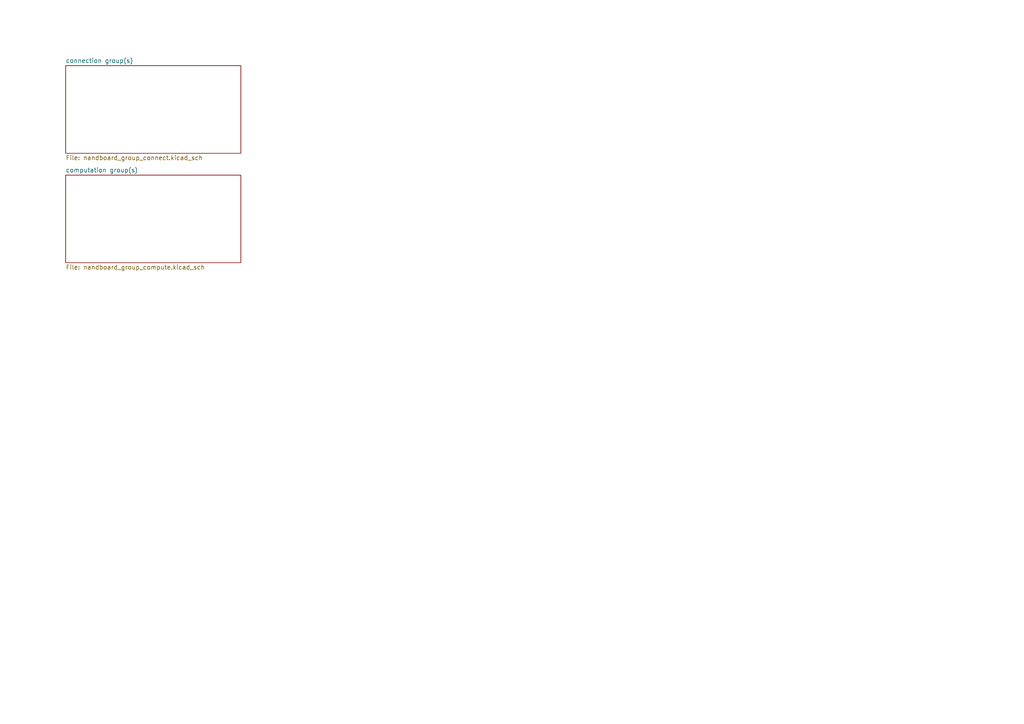
<source format=kicad_sch>
(kicad_sch
	(version 20231120)
	(generator "eeschema")
	(generator_version "8.0")
	(uuid "b92b874e-ed94-475c-9f05-ac7074b43317")
	(paper "A4")
	(lib_symbols)
	(sheet
		(at 19.05 19.05)
		(size 50.8 25.4)
		(fields_autoplaced yes)
		(stroke
			(width 0.1524)
			(type solid)
		)
		(fill
			(color 0 0 0 0.0000)
		)
		(uuid "23cab2ee-3ce0-4ef5-80ad-49c699fd14e9")
		(property "Sheetname" "connection group(s)"
			(at 19.05 18.3384 0)
			(effects
				(font
					(size 1.27 1.27)
				)
				(justify left bottom)
			)
		)
		(property "Sheetfile" "nandboard_group_connect.kicad_sch"
			(at 19.05 45.0346 0)
			(effects
				(font
					(size 1.27 1.27)
				)
				(justify left top)
			)
		)
		(instances
			(project "nandboard"
				(path "/b92b874e-ed94-475c-9f05-ac7074b43317"
					(page "3")
				)
			)
		)
	)
	(sheet
		(at 19.05 50.8)
		(size 50.8 25.4)
		(fields_autoplaced yes)
		(stroke
			(width 0.1524)
			(type solid)
		)
		(fill
			(color 0 0 0 0.0000)
		)
		(uuid "2ff046fa-078b-4f11-b593-3ae71100b4ef")
		(property "Sheetname" "computation group(s)"
			(at 19.05 50.0884 0)
			(effects
				(font
					(size 1.27 1.27)
				)
				(justify left bottom)
			)
		)
		(property "Sheetfile" "nandboard_group_compute.kicad_sch"
			(at 19.05 76.7846 0)
			(effects
				(font
					(size 1.27 1.27)
				)
				(justify left top)
			)
		)
		(instances
			(project "nandboard"
				(path "/b92b874e-ed94-475c-9f05-ac7074b43317"
					(page "2")
				)
			)
		)
	)
	(sheet_instances
		(path "/"
			(page "1")
		)
	)
)

</source>
